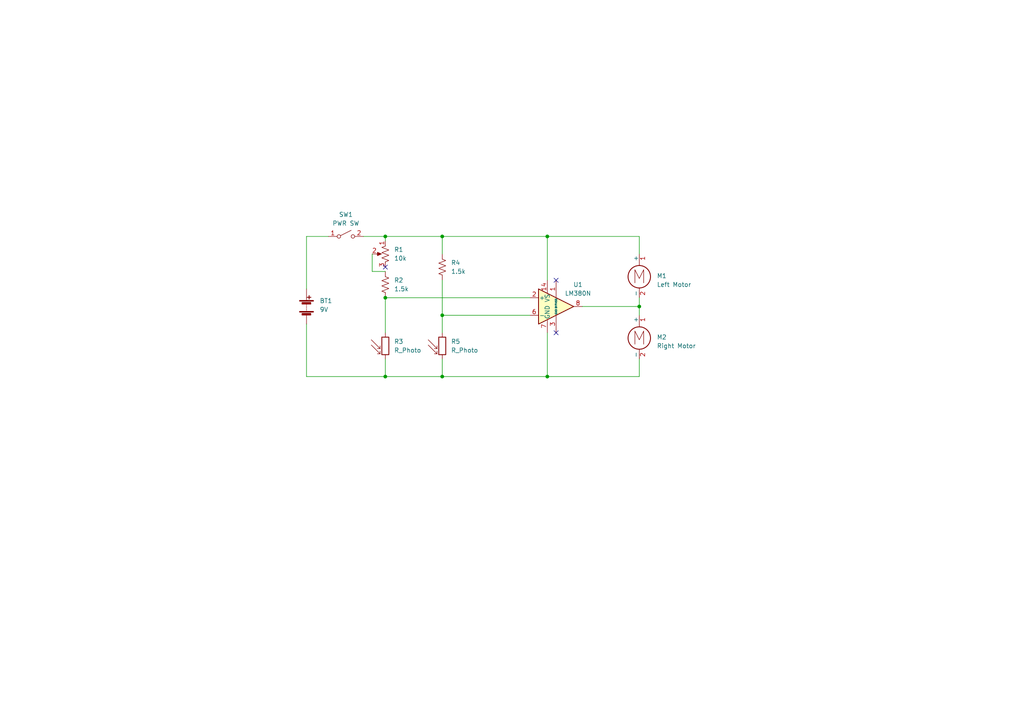
<source format=kicad_sch>
(kicad_sch (version 20211123) (generator eeschema)

  (uuid e63e39d7-6ac0-4ffd-8aa3-1841a4541b55)

  (paper "A4")

  (lib_symbols
    (symbol "Amplifier_Audio:LM380N" (pin_names (offset 0.127)) (in_bom yes) (on_board yes)
      (property "Reference" "U" (id 0) (at 6.35 6.35 0)
        (effects (font (size 1.27 1.27)))
      )
      (property "Value" "LM380N" (id 1) (at 6.35 3.81 0)
        (effects (font (size 1.27 1.27)))
      )
      (property "Footprint" "Package_DIP:DIP-14_W7.62mm" (id 2) (at 0 0 0)
        (effects (font (size 1.27 1.27) italic) hide)
      )
      (property "Datasheet" "http://www.ti.com/lit/ds/symlink/lm380.pdf" (id 3) (at 0 0 0)
        (effects (font (size 1.27 1.27)) hide)
      )
      (property "ki_keywords" "audio amplifier" (id 4) (at 0 0 0)
        (effects (font (size 1.27 1.27)) hide)
      )
      (property "ki_description" "2.5W Audio Power Amplifier, PDIP-14" (id 5) (at 0 0 0)
        (effects (font (size 1.27 1.27)) hide)
      )
      (property "ki_fp_filters" "DIP*W7.62mm*" (id 6) (at 0 0 0)
        (effects (font (size 1.27 1.27)) hide)
      )
      (symbol "LM380N_0_1"
        (polyline
          (pts
            (xy -5.08 5.08)
            (xy 5.08 0)
            (xy -5.08 -5.08)
            (xy -5.08 5.08)
          )
          (stroke (width 0.254) (type default) (color 0 0 0 0))
          (fill (type background))
        )
      )
      (symbol "LM380N_1_1"
        (pin passive line (at 0 7.62 270) (length 5.08)
          (name "BYPASS" (effects (font (size 0.508 0.508))))
          (number "1" (effects (font (size 1.27 1.27))))
        )
        (pin passive line (at 0 -7.62 90) (length 5.08) hide
          (name "GND" (effects (font (size 0.508 0.508))))
          (number "10" (effects (font (size 1.27 1.27))))
        )
        (pin passive line (at 0 -7.62 90) (length 5.08) hide
          (name "GND" (effects (font (size 0.508 0.508))))
          (number "11" (effects (font (size 1.27 1.27))))
        )
        (pin passive line (at 0 -7.62 90) (length 5.08) hide
          (name "GND" (effects (font (size 0.508 0.508))))
          (number "12" (effects (font (size 1.27 1.27))))
        )
        (pin no_connect line (at 0 -2.54 90) (length 2.54) hide
          (name "NC" (effects (font (size 1.27 1.27))))
          (number "13" (effects (font (size 1.27 1.27))))
        )
        (pin power_in line (at -2.54 7.62 270) (length 3.81)
          (name "VS" (effects (font (size 1.27 1.27))))
          (number "14" (effects (font (size 1.27 1.27))))
        )
        (pin input line (at -7.62 2.54 0) (length 2.54)
          (name "+" (effects (font (size 1.27 1.27))))
          (number "2" (effects (font (size 1.27 1.27))))
        )
        (pin power_in line (at 0 -7.62 90) (length 5.08)
          (name "GND" (effects (font (size 0.508 0.508))))
          (number "3" (effects (font (size 1.27 1.27))))
        )
        (pin passive line (at 0 -7.62 90) (length 5.08) hide
          (name "GND" (effects (font (size 0.508 0.508))))
          (number "4" (effects (font (size 1.27 1.27))))
        )
        (pin passive line (at 0 -7.62 90) (length 5.08) hide
          (name "GND" (effects (font (size 0.508 0.508))))
          (number "5" (effects (font (size 1.27 1.27))))
        )
        (pin input line (at -7.62 -2.54 0) (length 2.54)
          (name "-" (effects (font (size 1.27 1.27))))
          (number "6" (effects (font (size 1.27 1.27))))
        )
        (pin power_in line (at -2.54 -7.62 90) (length 3.81)
          (name "GND" (effects (font (size 1.27 1.27))))
          (number "7" (effects (font (size 1.27 1.27))))
        )
        (pin output line (at 7.62 0 180) (length 2.54)
          (name "~" (effects (font (size 1.27 1.27))))
          (number "8" (effects (font (size 1.27 1.27))))
        )
        (pin no_connect line (at 0 2.54 270) (length 2.54) hide
          (name "NC" (effects (font (size 1.27 1.27))))
          (number "9" (effects (font (size 1.27 1.27))))
        )
      )
    )
    (symbol "Device:Battery" (pin_numbers hide) (pin_names (offset 0) hide) (in_bom yes) (on_board yes)
      (property "Reference" "BT" (id 0) (at 2.54 2.54 0)
        (effects (font (size 1.27 1.27)) (justify left))
      )
      (property "Value" "Battery" (id 1) (at 2.54 0 0)
        (effects (font (size 1.27 1.27)) (justify left))
      )
      (property "Footprint" "" (id 2) (at 0 1.524 90)
        (effects (font (size 1.27 1.27)) hide)
      )
      (property "Datasheet" "~" (id 3) (at 0 1.524 90)
        (effects (font (size 1.27 1.27)) hide)
      )
      (property "ki_keywords" "batt voltage-source cell" (id 4) (at 0 0 0)
        (effects (font (size 1.27 1.27)) hide)
      )
      (property "ki_description" "Multiple-cell battery" (id 5) (at 0 0 0)
        (effects (font (size 1.27 1.27)) hide)
      )
      (symbol "Battery_0_1"
        (rectangle (start -2.032 -1.397) (end 2.032 -1.651)
          (stroke (width 0) (type default) (color 0 0 0 0))
          (fill (type outline))
        )
        (rectangle (start -2.032 1.778) (end 2.032 1.524)
          (stroke (width 0) (type default) (color 0 0 0 0))
          (fill (type outline))
        )
        (rectangle (start -1.3208 -1.9812) (end 1.27 -2.4892)
          (stroke (width 0) (type default) (color 0 0 0 0))
          (fill (type outline))
        )
        (rectangle (start -1.3208 1.1938) (end 1.27 0.6858)
          (stroke (width 0) (type default) (color 0 0 0 0))
          (fill (type outline))
        )
        (polyline
          (pts
            (xy 0 -1.524)
            (xy 0 -1.27)
          )
          (stroke (width 0) (type default) (color 0 0 0 0))
          (fill (type none))
        )
        (polyline
          (pts
            (xy 0 -1.016)
            (xy 0 -0.762)
          )
          (stroke (width 0) (type default) (color 0 0 0 0))
          (fill (type none))
        )
        (polyline
          (pts
            (xy 0 -0.508)
            (xy 0 -0.254)
          )
          (stroke (width 0) (type default) (color 0 0 0 0))
          (fill (type none))
        )
        (polyline
          (pts
            (xy 0 0)
            (xy 0 0.254)
          )
          (stroke (width 0) (type default) (color 0 0 0 0))
          (fill (type none))
        )
        (polyline
          (pts
            (xy 0 0.508)
            (xy 0 0.762)
          )
          (stroke (width 0) (type default) (color 0 0 0 0))
          (fill (type none))
        )
        (polyline
          (pts
            (xy 0 1.778)
            (xy 0 2.54)
          )
          (stroke (width 0) (type default) (color 0 0 0 0))
          (fill (type none))
        )
        (polyline
          (pts
            (xy 0.254 2.667)
            (xy 1.27 2.667)
          )
          (stroke (width 0.254) (type default) (color 0 0 0 0))
          (fill (type none))
        )
        (polyline
          (pts
            (xy 0.762 3.175)
            (xy 0.762 2.159)
          )
          (stroke (width 0.254) (type default) (color 0 0 0 0))
          (fill (type none))
        )
      )
      (symbol "Battery_1_1"
        (pin passive line (at 0 5.08 270) (length 2.54)
          (name "+" (effects (font (size 1.27 1.27))))
          (number "1" (effects (font (size 1.27 1.27))))
        )
        (pin passive line (at 0 -5.08 90) (length 2.54)
          (name "-" (effects (font (size 1.27 1.27))))
          (number "2" (effects (font (size 1.27 1.27))))
        )
      )
    )
    (symbol "Device:R_Photo" (pin_numbers hide) (pin_names (offset 0)) (in_bom yes) (on_board yes)
      (property "Reference" "R" (id 0) (at 1.27 1.27 0)
        (effects (font (size 1.27 1.27)) (justify left))
      )
      (property "Value" "R_Photo" (id 1) (at 1.27 0 0)
        (effects (font (size 1.27 1.27)) (justify left top))
      )
      (property "Footprint" "" (id 2) (at 1.27 -6.35 90)
        (effects (font (size 1.27 1.27)) (justify left) hide)
      )
      (property "Datasheet" "~" (id 3) (at 0 -1.27 0)
        (effects (font (size 1.27 1.27)) hide)
      )
      (property "ki_keywords" "resistor variable light sensitive opto LDR" (id 4) (at 0 0 0)
        (effects (font (size 1.27 1.27)) hide)
      )
      (property "ki_description" "Photoresistor" (id 5) (at 0 0 0)
        (effects (font (size 1.27 1.27)) hide)
      )
      (property "ki_fp_filters" "*LDR* R?LDR*" (id 6) (at 0 0 0)
        (effects (font (size 1.27 1.27)) hide)
      )
      (symbol "R_Photo_0_1"
        (rectangle (start -1.016 2.54) (end 1.016 -2.54)
          (stroke (width 0.254) (type default) (color 0 0 0 0))
          (fill (type none))
        )
        (polyline
          (pts
            (xy -1.524 -2.286)
            (xy -4.064 0.254)
          )
          (stroke (width 0) (type default) (color 0 0 0 0))
          (fill (type none))
        )
        (polyline
          (pts
            (xy -1.524 -2.286)
            (xy -2.286 -2.286)
          )
          (stroke (width 0) (type default) (color 0 0 0 0))
          (fill (type none))
        )
        (polyline
          (pts
            (xy -1.524 -2.286)
            (xy -1.524 -1.524)
          )
          (stroke (width 0) (type default) (color 0 0 0 0))
          (fill (type none))
        )
        (polyline
          (pts
            (xy -1.524 -0.762)
            (xy -4.064 1.778)
          )
          (stroke (width 0) (type default) (color 0 0 0 0))
          (fill (type none))
        )
        (polyline
          (pts
            (xy -1.524 -0.762)
            (xy -2.286 -0.762)
          )
          (stroke (width 0) (type default) (color 0 0 0 0))
          (fill (type none))
        )
        (polyline
          (pts
            (xy -1.524 -0.762)
            (xy -1.524 0)
          )
          (stroke (width 0) (type default) (color 0 0 0 0))
          (fill (type none))
        )
      )
      (symbol "R_Photo_1_1"
        (pin passive line (at 0 3.81 270) (length 1.27)
          (name "~" (effects (font (size 1.27 1.27))))
          (number "1" (effects (font (size 1.27 1.27))))
        )
        (pin passive line (at 0 -3.81 90) (length 1.27)
          (name "~" (effects (font (size 1.27 1.27))))
          (number "2" (effects (font (size 1.27 1.27))))
        )
      )
    )
    (symbol "Device:R_Potentiometer_US" (pin_names (offset 1.016) hide) (in_bom yes) (on_board yes)
      (property "Reference" "RV" (id 0) (at -4.445 0 90)
        (effects (font (size 1.27 1.27)))
      )
      (property "Value" "R_Potentiometer_US" (id 1) (at -2.54 0 90)
        (effects (font (size 1.27 1.27)))
      )
      (property "Footprint" "" (id 2) (at 0 0 0)
        (effects (font (size 1.27 1.27)) hide)
      )
      (property "Datasheet" "~" (id 3) (at 0 0 0)
        (effects (font (size 1.27 1.27)) hide)
      )
      (property "ki_keywords" "resistor variable" (id 4) (at 0 0 0)
        (effects (font (size 1.27 1.27)) hide)
      )
      (property "ki_description" "Potentiometer, US symbol" (id 5) (at 0 0 0)
        (effects (font (size 1.27 1.27)) hide)
      )
      (property "ki_fp_filters" "Potentiometer*" (id 6) (at 0 0 0)
        (effects (font (size 1.27 1.27)) hide)
      )
      (symbol "R_Potentiometer_US_0_1"
        (polyline
          (pts
            (xy 0 -2.286)
            (xy 0 -2.54)
          )
          (stroke (width 0) (type default) (color 0 0 0 0))
          (fill (type none))
        )
        (polyline
          (pts
            (xy 0 2.54)
            (xy 0 2.286)
          )
          (stroke (width 0) (type default) (color 0 0 0 0))
          (fill (type none))
        )
        (polyline
          (pts
            (xy 2.54 0)
            (xy 1.524 0)
          )
          (stroke (width 0) (type default) (color 0 0 0 0))
          (fill (type none))
        )
        (polyline
          (pts
            (xy 1.143 0)
            (xy 2.286 0.508)
            (xy 2.286 -0.508)
            (xy 1.143 0)
          )
          (stroke (width 0) (type default) (color 0 0 0 0))
          (fill (type outline))
        )
        (polyline
          (pts
            (xy 0 -0.762)
            (xy 1.016 -1.143)
            (xy 0 -1.524)
            (xy -1.016 -1.905)
            (xy 0 -2.286)
          )
          (stroke (width 0) (type default) (color 0 0 0 0))
          (fill (type none))
        )
        (polyline
          (pts
            (xy 0 0.762)
            (xy 1.016 0.381)
            (xy 0 0)
            (xy -1.016 -0.381)
            (xy 0 -0.762)
          )
          (stroke (width 0) (type default) (color 0 0 0 0))
          (fill (type none))
        )
        (polyline
          (pts
            (xy 0 2.286)
            (xy 1.016 1.905)
            (xy 0 1.524)
            (xy -1.016 1.143)
            (xy 0 0.762)
          )
          (stroke (width 0) (type default) (color 0 0 0 0))
          (fill (type none))
        )
      )
      (symbol "R_Potentiometer_US_1_1"
        (pin passive line (at 0 3.81 270) (length 1.27)
          (name "1" (effects (font (size 1.27 1.27))))
          (number "1" (effects (font (size 1.27 1.27))))
        )
        (pin passive line (at 3.81 0 180) (length 1.27)
          (name "2" (effects (font (size 1.27 1.27))))
          (number "2" (effects (font (size 1.27 1.27))))
        )
        (pin passive line (at 0 -3.81 90) (length 1.27)
          (name "3" (effects (font (size 1.27 1.27))))
          (number "3" (effects (font (size 1.27 1.27))))
        )
      )
    )
    (symbol "Device:R_US" (pin_numbers hide) (pin_names (offset 0)) (in_bom yes) (on_board yes)
      (property "Reference" "R" (id 0) (at 2.54 0 90)
        (effects (font (size 1.27 1.27)))
      )
      (property "Value" "R_US" (id 1) (at -2.54 0 90)
        (effects (font (size 1.27 1.27)))
      )
      (property "Footprint" "" (id 2) (at 1.016 -0.254 90)
        (effects (font (size 1.27 1.27)) hide)
      )
      (property "Datasheet" "~" (id 3) (at 0 0 0)
        (effects (font (size 1.27 1.27)) hide)
      )
      (property "ki_keywords" "R res resistor" (id 4) (at 0 0 0)
        (effects (font (size 1.27 1.27)) hide)
      )
      (property "ki_description" "Resistor, US symbol" (id 5) (at 0 0 0)
        (effects (font (size 1.27 1.27)) hide)
      )
      (property "ki_fp_filters" "R_*" (id 6) (at 0 0 0)
        (effects (font (size 1.27 1.27)) hide)
      )
      (symbol "R_US_0_1"
        (polyline
          (pts
            (xy 0 -2.286)
            (xy 0 -2.54)
          )
          (stroke (width 0) (type default) (color 0 0 0 0))
          (fill (type none))
        )
        (polyline
          (pts
            (xy 0 2.286)
            (xy 0 2.54)
          )
          (stroke (width 0) (type default) (color 0 0 0 0))
          (fill (type none))
        )
        (polyline
          (pts
            (xy 0 -0.762)
            (xy 1.016 -1.143)
            (xy 0 -1.524)
            (xy -1.016 -1.905)
            (xy 0 -2.286)
          )
          (stroke (width 0) (type default) (color 0 0 0 0))
          (fill (type none))
        )
        (polyline
          (pts
            (xy 0 0.762)
            (xy 1.016 0.381)
            (xy 0 0)
            (xy -1.016 -0.381)
            (xy 0 -0.762)
          )
          (stroke (width 0) (type default) (color 0 0 0 0))
          (fill (type none))
        )
        (polyline
          (pts
            (xy 0 2.286)
            (xy 1.016 1.905)
            (xy 0 1.524)
            (xy -1.016 1.143)
            (xy 0 0.762)
          )
          (stroke (width 0) (type default) (color 0 0 0 0))
          (fill (type none))
        )
      )
      (symbol "R_US_1_1"
        (pin passive line (at 0 3.81 270) (length 1.27)
          (name "~" (effects (font (size 1.27 1.27))))
          (number "1" (effects (font (size 1.27 1.27))))
        )
        (pin passive line (at 0 -3.81 90) (length 1.27)
          (name "~" (effects (font (size 1.27 1.27))))
          (number "2" (effects (font (size 1.27 1.27))))
        )
      )
    )
    (symbol "Motor:Motor_DC" (pin_names (offset 0)) (in_bom yes) (on_board yes)
      (property "Reference" "M" (id 0) (at 2.54 2.54 0)
        (effects (font (size 1.27 1.27)) (justify left))
      )
      (property "Value" "Motor_DC" (id 1) (at 2.54 -5.08 0)
        (effects (font (size 1.27 1.27)) (justify left top))
      )
      (property "Footprint" "" (id 2) (at 0 -2.286 0)
        (effects (font (size 1.27 1.27)) hide)
      )
      (property "Datasheet" "~" (id 3) (at 0 -2.286 0)
        (effects (font (size 1.27 1.27)) hide)
      )
      (property "ki_keywords" "DC Motor" (id 4) (at 0 0 0)
        (effects (font (size 1.27 1.27)) hide)
      )
      (property "ki_description" "DC Motor" (id 5) (at 0 0 0)
        (effects (font (size 1.27 1.27)) hide)
      )
      (property "ki_fp_filters" "PinHeader*P2.54mm* TerminalBlock*" (id 6) (at 0 0 0)
        (effects (font (size 1.27 1.27)) hide)
      )
      (symbol "Motor_DC_0_0"
        (polyline
          (pts
            (xy -1.27 -3.302)
            (xy -1.27 0.508)
            (xy 0 -2.032)
            (xy 1.27 0.508)
            (xy 1.27 -3.302)
          )
          (stroke (width 0) (type default) (color 0 0 0 0))
          (fill (type none))
        )
      )
      (symbol "Motor_DC_0_1"
        (circle (center 0 -1.524) (radius 3.2512)
          (stroke (width 0.254) (type default) (color 0 0 0 0))
          (fill (type none))
        )
        (polyline
          (pts
            (xy 0 -7.62)
            (xy 0 -7.112)
          )
          (stroke (width 0) (type default) (color 0 0 0 0))
          (fill (type none))
        )
        (polyline
          (pts
            (xy 0 -4.7752)
            (xy 0 -5.1816)
          )
          (stroke (width 0) (type default) (color 0 0 0 0))
          (fill (type none))
        )
        (polyline
          (pts
            (xy 0 1.7272)
            (xy 0 2.0828)
          )
          (stroke (width 0) (type default) (color 0 0 0 0))
          (fill (type none))
        )
        (polyline
          (pts
            (xy 0 2.032)
            (xy 0 2.54)
          )
          (stroke (width 0) (type default) (color 0 0 0 0))
          (fill (type none))
        )
      )
      (symbol "Motor_DC_1_1"
        (pin passive line (at 0 5.08 270) (length 2.54)
          (name "+" (effects (font (size 1.27 1.27))))
          (number "1" (effects (font (size 1.27 1.27))))
        )
        (pin passive line (at 0 -7.62 90) (length 2.54)
          (name "-" (effects (font (size 1.27 1.27))))
          (number "2" (effects (font (size 1.27 1.27))))
        )
      )
    )
    (symbol "Switch:SW_SPST" (pin_names (offset 0) hide) (in_bom yes) (on_board yes)
      (property "Reference" "SW" (id 0) (at 0 3.175 0)
        (effects (font (size 1.27 1.27)))
      )
      (property "Value" "SW_SPST" (id 1) (at 0 -2.54 0)
        (effects (font (size 1.27 1.27)))
      )
      (property "Footprint" "" (id 2) (at 0 0 0)
        (effects (font (size 1.27 1.27)) hide)
      )
      (property "Datasheet" "~" (id 3) (at 0 0 0)
        (effects (font (size 1.27 1.27)) hide)
      )
      (property "ki_keywords" "switch lever" (id 4) (at 0 0 0)
        (effects (font (size 1.27 1.27)) hide)
      )
      (property "ki_description" "Single Pole Single Throw (SPST) switch" (id 5) (at 0 0 0)
        (effects (font (size 1.27 1.27)) hide)
      )
      (symbol "SW_SPST_0_0"
        (circle (center -2.032 0) (radius 0.508)
          (stroke (width 0) (type default) (color 0 0 0 0))
          (fill (type none))
        )
        (polyline
          (pts
            (xy -1.524 0.254)
            (xy 1.524 1.778)
          )
          (stroke (width 0) (type default) (color 0 0 0 0))
          (fill (type none))
        )
        (circle (center 2.032 0) (radius 0.508)
          (stroke (width 0) (type default) (color 0 0 0 0))
          (fill (type none))
        )
      )
      (symbol "SW_SPST_1_1"
        (pin passive line (at -5.08 0 0) (length 2.54)
          (name "A" (effects (font (size 1.27 1.27))))
          (number "1" (effects (font (size 1.27 1.27))))
        )
        (pin passive line (at 5.08 0 180) (length 2.54)
          (name "B" (effects (font (size 1.27 1.27))))
          (number "2" (effects (font (size 1.27 1.27))))
        )
      )
    )
  )

  (junction (at 158.75 68.58) (diameter 0) (color 0 0 0 0)
    (uuid 0330f16c-82eb-4bd0-8ee7-0d0e69f8995e)
  )
  (junction (at 111.76 86.36) (diameter 0) (color 0 0 0 0)
    (uuid 0e73fa35-883a-42a4-a676-816459cab678)
  )
  (junction (at 185.42 88.9) (diameter 0) (color 0 0 0 0)
    (uuid 2c3aece3-0392-4884-a4ec-f3f5a55a75f1)
  )
  (junction (at 128.27 109.22) (diameter 0) (color 0 0 0 0)
    (uuid 3bd42fed-b5b5-44a0-b1e0-c13801c89768)
  )
  (junction (at 128.27 68.58) (diameter 0) (color 0 0 0 0)
    (uuid 5d4d0f22-8b6b-4ff1-ab17-e99a8b80391f)
  )
  (junction (at 111.76 109.22) (diameter 0) (color 0 0 0 0)
    (uuid 6fcf5579-d4fc-49ff-a58d-c4458bc8befa)
  )
  (junction (at 128.27 91.44) (diameter 0) (color 0 0 0 0)
    (uuid 7e6df9d0-549a-41c7-97bd-98936ef8599c)
  )
  (junction (at 158.75 109.22) (diameter 0) (color 0 0 0 0)
    (uuid a0e663c7-b732-44de-bfdd-970dae84e11b)
  )
  (junction (at 111.76 68.58) (diameter 0) (color 0 0 0 0)
    (uuid e92400df-d9f5-47a4-b48e-0d162a506f2c)
  )

  (no_connect (at 161.29 96.52) (uuid 0da592d3-b044-4081-af59-8c3bdb4e28f4))
  (no_connect (at 161.29 81.28) (uuid 0da592d3-b044-4081-af59-8c3bdb4e28f5))
  (no_connect (at 111.76 77.47) (uuid 3e3af5be-1b4c-4ba4-b660-3033fdf1caed))

  (wire (pts (xy 185.42 109.22) (xy 158.75 109.22))
    (stroke (width 0) (type default) (color 0 0 0 0))
    (uuid 0929b0ab-49ee-48c1-9901-ccc14076f610)
  )
  (wire (pts (xy 111.76 86.36) (xy 153.67 86.36))
    (stroke (width 0) (type default) (color 0 0 0 0))
    (uuid 1619f295-ad80-48c2-a8fa-e70451a7268f)
  )
  (wire (pts (xy 185.42 86.36) (xy 185.42 88.9))
    (stroke (width 0) (type default) (color 0 0 0 0))
    (uuid 168a712b-143a-40d0-b9ca-e7506e2a8b0b)
  )
  (wire (pts (xy 128.27 73.66) (xy 128.27 68.58))
    (stroke (width 0) (type default) (color 0 0 0 0))
    (uuid 291a1e5d-1d09-480b-afc9-9403670288ae)
  )
  (wire (pts (xy 158.75 68.58) (xy 158.75 81.28))
    (stroke (width 0) (type default) (color 0 0 0 0))
    (uuid 2fd9292f-5591-49a3-ba85-80919c5a82e7)
  )
  (wire (pts (xy 88.9 68.58) (xy 95.25 68.58))
    (stroke (width 0) (type default) (color 0 0 0 0))
    (uuid 395c910e-0835-4739-87d7-d423cfdf96b9)
  )
  (wire (pts (xy 105.41 68.58) (xy 111.76 68.58))
    (stroke (width 0) (type default) (color 0 0 0 0))
    (uuid 3eec98df-bbb8-46c7-9b89-3623dd7a35a4)
  )
  (wire (pts (xy 111.76 78.74) (xy 107.95 78.74))
    (stroke (width 0) (type default) (color 0 0 0 0))
    (uuid 42ec88f7-d7f3-40cf-8759-f8c5477df41e)
  )
  (wire (pts (xy 111.76 109.22) (xy 128.27 109.22))
    (stroke (width 0) (type default) (color 0 0 0 0))
    (uuid 4349de1b-61b1-4d07-897a-fe136a18ff27)
  )
  (wire (pts (xy 111.76 69.85) (xy 111.76 68.58))
    (stroke (width 0) (type default) (color 0 0 0 0))
    (uuid 43d1e71a-bcb8-4baa-888e-f91f4da0c094)
  )
  (wire (pts (xy 158.75 109.22) (xy 128.27 109.22))
    (stroke (width 0) (type default) (color 0 0 0 0))
    (uuid 4a88a09a-a597-4131-b831-24c0207b7e89)
  )
  (wire (pts (xy 158.75 96.52) (xy 158.75 109.22))
    (stroke (width 0) (type default) (color 0 0 0 0))
    (uuid 53a82764-ed21-411a-b6df-961d1f4bb8f9)
  )
  (wire (pts (xy 128.27 91.44) (xy 128.27 81.28))
    (stroke (width 0) (type default) (color 0 0 0 0))
    (uuid 59e717ef-5d04-492c-a535-e1b3b8d22ca3)
  )
  (wire (pts (xy 168.91 88.9) (xy 185.42 88.9))
    (stroke (width 0) (type default) (color 0 0 0 0))
    (uuid 5ae948d8-341c-4052-971f-a466303345ca)
  )
  (wire (pts (xy 88.9 83.82) (xy 88.9 68.58))
    (stroke (width 0) (type default) (color 0 0 0 0))
    (uuid 5ed7d697-fcbd-4d09-a4de-08fd5bbf6240)
  )
  (wire (pts (xy 128.27 91.44) (xy 153.67 91.44))
    (stroke (width 0) (type default) (color 0 0 0 0))
    (uuid 5f23bcdb-a401-490d-b038-e76e4749885e)
  )
  (wire (pts (xy 185.42 68.58) (xy 158.75 68.58))
    (stroke (width 0) (type default) (color 0 0 0 0))
    (uuid 5fedef55-b64f-4013-95ed-b71283236398)
  )
  (wire (pts (xy 111.76 68.58) (xy 128.27 68.58))
    (stroke (width 0) (type default) (color 0 0 0 0))
    (uuid 85378903-b93b-450b-9dd2-7d5d272b786c)
  )
  (wire (pts (xy 128.27 96.52) (xy 128.27 91.44))
    (stroke (width 0) (type default) (color 0 0 0 0))
    (uuid 8a2662da-b795-4c91-9e1b-cfe0d9cfa055)
  )
  (wire (pts (xy 128.27 104.14) (xy 128.27 109.22))
    (stroke (width 0) (type default) (color 0 0 0 0))
    (uuid 8e858a24-4730-4b80-9bbc-a78d159becd4)
  )
  (wire (pts (xy 88.9 93.98) (xy 88.9 109.22))
    (stroke (width 0) (type default) (color 0 0 0 0))
    (uuid b908487c-578b-423a-9eb8-029568d84507)
  )
  (wire (pts (xy 185.42 73.66) (xy 185.42 68.58))
    (stroke (width 0) (type default) (color 0 0 0 0))
    (uuid b990e5c0-80ee-4a3e-8f78-c786748a5735)
  )
  (wire (pts (xy 107.95 78.74) (xy 107.95 73.66))
    (stroke (width 0) (type default) (color 0 0 0 0))
    (uuid be40a792-1fff-4ce1-a6d8-41730132bad4)
  )
  (wire (pts (xy 88.9 109.22) (xy 111.76 109.22))
    (stroke (width 0) (type default) (color 0 0 0 0))
    (uuid bf4d4425-95f5-4a9f-8a2c-fa1a24dff406)
  )
  (wire (pts (xy 111.76 96.52) (xy 111.76 86.36))
    (stroke (width 0) (type default) (color 0 0 0 0))
    (uuid cc3239c2-5145-4857-9a6e-b3c35f8c0ec2)
  )
  (wire (pts (xy 185.42 88.9) (xy 185.42 91.44))
    (stroke (width 0) (type default) (color 0 0 0 0))
    (uuid e5bc246a-a9eb-40ee-8aee-14b19f1af005)
  )
  (wire (pts (xy 128.27 68.58) (xy 158.75 68.58))
    (stroke (width 0) (type default) (color 0 0 0 0))
    (uuid ecfaed2a-d6de-4d7f-9f11-5a04e83767b7)
  )
  (wire (pts (xy 185.42 104.14) (xy 185.42 109.22))
    (stroke (width 0) (type default) (color 0 0 0 0))
    (uuid ee484fc5-efd8-4933-aa30-60bba741433c)
  )
  (wire (pts (xy 111.76 104.14) (xy 111.76 109.22))
    (stroke (width 0) (type default) (color 0 0 0 0))
    (uuid fde523ff-7503-4ed9-8b3f-984daf0cb58a)
  )

  (symbol (lib_id "Device:R_US") (at 111.76 82.55 0) (unit 1)
    (in_bom yes) (on_board yes) (fields_autoplaced)
    (uuid 01b7cd20-abd1-429f-a88a-622cbb640032)
    (property "Reference" "R2" (id 0) (at 114.3 81.2799 0)
      (effects (font (size 1.27 1.27)) (justify left))
    )
    (property "Value" "1.5k" (id 1) (at 114.3 83.8199 0)
      (effects (font (size 1.27 1.27)) (justify left))
    )
    (property "Footprint" "" (id 2) (at 112.776 82.804 90)
      (effects (font (size 1.27 1.27)) hide)
    )
    (property "Datasheet" "~" (id 3) (at 111.76 82.55 0)
      (effects (font (size 1.27 1.27)) hide)
    )
    (pin "1" (uuid 1348c600-39e6-4fc7-ac06-80d4e043598d))
    (pin "2" (uuid 7f074f19-9901-49cf-bb81-f641743715ae))
  )

  (symbol (lib_id "Motor:Motor_DC") (at 185.42 96.52 0) (unit 1)
    (in_bom yes) (on_board yes) (fields_autoplaced)
    (uuid 20d22007-b0f1-49bd-9648-8c43744314b8)
    (property "Reference" "M2" (id 0) (at 190.5 97.7899 0)
      (effects (font (size 1.27 1.27)) (justify left))
    )
    (property "Value" "Right Motor" (id 1) (at 190.5 100.3299 0)
      (effects (font (size 1.27 1.27)) (justify left))
    )
    (property "Footprint" "" (id 2) (at 185.42 98.806 0)
      (effects (font (size 1.27 1.27)) hide)
    )
    (property "Datasheet" "~" (id 3) (at 185.42 98.806 0)
      (effects (font (size 1.27 1.27)) hide)
    )
    (pin "1" (uuid 75ef65e0-eb11-4440-8066-e854e7759e9d))
    (pin "2" (uuid 3d9ee2e1-ce37-4f51-b1fd-90307824949a))
  )

  (symbol (lib_id "Device:R_Photo") (at 111.76 100.33 0) (unit 1)
    (in_bom yes) (on_board yes) (fields_autoplaced)
    (uuid 42f531fd-36c3-421e-aa2f-b62439e508f6)
    (property "Reference" "R3" (id 0) (at 114.3 99.0599 0)
      (effects (font (size 1.27 1.27)) (justify left))
    )
    (property "Value" "R_Photo" (id 1) (at 114.3 101.5999 0)
      (effects (font (size 1.27 1.27)) (justify left))
    )
    (property "Footprint" "" (id 2) (at 113.03 106.68 90)
      (effects (font (size 1.27 1.27)) (justify left) hide)
    )
    (property "Datasheet" "~" (id 3) (at 111.76 101.6 0)
      (effects (font (size 1.27 1.27)) hide)
    )
    (pin "1" (uuid b5d5288f-8d0e-48b5-99e8-87c6f99e265f))
    (pin "2" (uuid 3ac4a202-6bea-4391-bd3c-609238cc0a27))
  )

  (symbol (lib_id "Device:Battery") (at 88.9 88.9 0) (unit 1)
    (in_bom yes) (on_board yes) (fields_autoplaced)
    (uuid 46020199-b1ef-4718-883c-71d4dacb60f5)
    (property "Reference" "BT1" (id 0) (at 92.71 87.2489 0)
      (effects (font (size 1.27 1.27)) (justify left))
    )
    (property "Value" "9V" (id 1) (at 92.71 89.7889 0)
      (effects (font (size 1.27 1.27)) (justify left))
    )
    (property "Footprint" "" (id 2) (at 88.9 87.376 90)
      (effects (font (size 1.27 1.27)) hide)
    )
    (property "Datasheet" "~" (id 3) (at 88.9 87.376 90)
      (effects (font (size 1.27 1.27)) hide)
    )
    (pin "1" (uuid a14876be-95b2-4f61-9542-8a8583356157))
    (pin "2" (uuid 891070ab-a4f0-4e3e-a34e-0438e2fbd011))
  )

  (symbol (lib_id "Switch:SW_SPST") (at 100.33 68.58 0) (unit 1)
    (in_bom yes) (on_board yes) (fields_autoplaced)
    (uuid 5f585ab2-9f47-4e8c-8241-6f75a79b6c16)
    (property "Reference" "SW1" (id 0) (at 100.33 62.23 0))
    (property "Value" "PWR SW" (id 1) (at 100.33 64.77 0))
    (property "Footprint" "" (id 2) (at 100.33 68.58 0)
      (effects (font (size 1.27 1.27)) hide)
    )
    (property "Datasheet" "~" (id 3) (at 100.33 68.58 0)
      (effects (font (size 1.27 1.27)) hide)
    )
    (pin "1" (uuid f25525ee-8797-45c6-98cd-1cdba47a8ed2))
    (pin "2" (uuid b29d088e-a894-46ef-a646-bd9fda258b56))
  )

  (symbol (lib_id "Device:R_US") (at 128.27 77.47 0) (unit 1)
    (in_bom yes) (on_board yes) (fields_autoplaced)
    (uuid 9fb81818-69e2-48d5-a326-be912c4be563)
    (property "Reference" "R4" (id 0) (at 130.81 76.1999 0)
      (effects (font (size 1.27 1.27)) (justify left))
    )
    (property "Value" "1.5k" (id 1) (at 130.81 78.7399 0)
      (effects (font (size 1.27 1.27)) (justify left))
    )
    (property "Footprint" "" (id 2) (at 129.286 77.724 90)
      (effects (font (size 1.27 1.27)) hide)
    )
    (property "Datasheet" "~" (id 3) (at 128.27 77.47 0)
      (effects (font (size 1.27 1.27)) hide)
    )
    (pin "1" (uuid bd8049dc-cb9c-4a4f-b7aa-98d045c07c52))
    (pin "2" (uuid 5efe5efa-3f3f-4019-bfc1-3e4969dfc144))
  )

  (symbol (lib_id "Device:R_Potentiometer_US") (at 111.76 73.66 0) (mirror y) (unit 1)
    (in_bom yes) (on_board yes) (fields_autoplaced)
    (uuid a2eadb75-7bdc-40aa-91de-8e73d153e1e4)
    (property "Reference" "R1" (id 0) (at 114.3 72.3899 0)
      (effects (font (size 1.27 1.27)) (justify right))
    )
    (property "Value" "10k" (id 1) (at 114.3 74.9299 0)
      (effects (font (size 1.27 1.27)) (justify right))
    )
    (property "Footprint" "" (id 2) (at 111.76 73.66 0)
      (effects (font (size 1.27 1.27)) hide)
    )
    (property "Datasheet" "~" (id 3) (at 111.76 73.66 0)
      (effects (font (size 1.27 1.27)) hide)
    )
    (pin "1" (uuid a324f628-6e11-4258-9d23-5d4b69086c3a))
    (pin "2" (uuid baddd514-23c6-40c2-a8a1-040212008bd3))
    (pin "3" (uuid 872d6c3c-a4bf-446d-92d6-8841da54eecc))
  )

  (symbol (lib_id "Device:R_Photo") (at 128.27 100.33 0) (unit 1)
    (in_bom yes) (on_board yes) (fields_autoplaced)
    (uuid af6ed388-03a1-42dd-a65e-2c2f37a52328)
    (property "Reference" "R5" (id 0) (at 130.81 99.0599 0)
      (effects (font (size 1.27 1.27)) (justify left))
    )
    (property "Value" "R_Photo" (id 1) (at 130.81 101.5999 0)
      (effects (font (size 1.27 1.27)) (justify left))
    )
    (property "Footprint" "" (id 2) (at 129.54 106.68 90)
      (effects (font (size 1.27 1.27)) (justify left) hide)
    )
    (property "Datasheet" "~" (id 3) (at 128.27 101.6 0)
      (effects (font (size 1.27 1.27)) hide)
    )
    (pin "1" (uuid d2a1466b-25ad-49f4-996e-814e1d8e7941))
    (pin "2" (uuid 5be57fd5-b493-4486-8a3b-793a67150f96))
  )

  (symbol (lib_id "Amplifier_Audio:LM380N") (at 161.29 88.9 0) (unit 1)
    (in_bom yes) (on_board yes)
    (uuid c5dba3bd-8fb1-4ee2-bdae-ea2e66623655)
    (property "Reference" "U1" (id 0) (at 167.64 82.55 0))
    (property "Value" "LM380N" (id 1) (at 167.64 85.09 0))
    (property "Footprint" "Package_DIP:DIP-14_W7.62mm" (id 2) (at 161.29 88.9 0)
      (effects (font (size 1.27 1.27) italic) hide)
    )
    (property "Datasheet" "http://www.ti.com/lit/ds/symlink/lm380.pdf" (id 3) (at 161.29 88.9 0)
      (effects (font (size 1.27 1.27)) hide)
    )
    (pin "1" (uuid 32301f25-6945-43d1-9d74-6ea8cab9f1b1))
    (pin "10" (uuid 3ffa5799-fe7f-4ef1-af1d-35265d0b69db))
    (pin "11" (uuid 1f9432f2-73e0-4256-b259-fdb8781e6330))
    (pin "12" (uuid 4c4e492b-ade8-48bb-9dc2-cc8fb3a16289))
    (pin "13" (uuid 9c098e02-3d4c-42b9-b22f-501c388bd10b))
    (pin "14" (uuid 719470ee-5789-457b-b056-ffb92a8a3e09))
    (pin "2" (uuid f53ecac4-2107-472b-be44-e47b0e07ab06))
    (pin "3" (uuid e7b67a9f-edcd-4a95-acd4-74983c515a91))
    (pin "4" (uuid 42b88bd9-e341-4d32-b24a-1bce35f04934))
    (pin "5" (uuid b0aa4799-72a1-4fb6-9b8e-e01159c64dff))
    (pin "6" (uuid a723adf4-d7eb-445a-9b4f-5929ba91ffaf))
    (pin "7" (uuid 80be0243-03d6-4d34-82fb-364e9b9966b3))
    (pin "8" (uuid 16c2e6ea-78ce-4143-8f99-ce759f0b7349))
    (pin "9" (uuid 377b6ca9-54f9-4680-bd21-b6c6ca82b968))
  )

  (symbol (lib_id "Motor:Motor_DC") (at 185.42 78.74 0) (unit 1)
    (in_bom yes) (on_board yes) (fields_autoplaced)
    (uuid f70fed73-12e7-4deb-acdd-8dab06c4c41e)
    (property "Reference" "M1" (id 0) (at 190.5 80.0099 0)
      (effects (font (size 1.27 1.27)) (justify left))
    )
    (property "Value" "Left Motor" (id 1) (at 190.5 82.5499 0)
      (effects (font (size 1.27 1.27)) (justify left))
    )
    (property "Footprint" "" (id 2) (at 185.42 81.026 0)
      (effects (font (size 1.27 1.27)) hide)
    )
    (property "Datasheet" "~" (id 3) (at 185.42 81.026 0)
      (effects (font (size 1.27 1.27)) hide)
    )
    (pin "1" (uuid 624fb1ff-9239-4e3c-aef0-ae7bfa232090))
    (pin "2" (uuid 8cf129fb-ee6d-4fe9-9ae7-2c41f07380dc))
  )

  (sheet_instances
    (path "/" (page "1"))
  )

  (symbol_instances
    (path "/46020199-b1ef-4718-883c-71d4dacb60f5"
      (reference "BT1") (unit 1) (value "9V") (footprint "")
    )
    (path "/f70fed73-12e7-4deb-acdd-8dab06c4c41e"
      (reference "M1") (unit 1) (value "Left Motor") (footprint "")
    )
    (path "/20d22007-b0f1-49bd-9648-8c43744314b8"
      (reference "M2") (unit 1) (value "Right Motor") (footprint "")
    )
    (path "/a2eadb75-7bdc-40aa-91de-8e73d153e1e4"
      (reference "R1") (unit 1) (value "10k") (footprint "")
    )
    (path "/01b7cd20-abd1-429f-a88a-622cbb640032"
      (reference "R2") (unit 1) (value "1.5k") (footprint "")
    )
    (path "/42f531fd-36c3-421e-aa2f-b62439e508f6"
      (reference "R3") (unit 1) (value "R_Photo") (footprint "")
    )
    (path "/9fb81818-69e2-48d5-a326-be912c4be563"
      (reference "R4") (unit 1) (value "1.5k") (footprint "")
    )
    (path "/af6ed388-03a1-42dd-a65e-2c2f37a52328"
      (reference "R5") (unit 1) (value "R_Photo") (footprint "")
    )
    (path "/5f585ab2-9f47-4e8c-8241-6f75a79b6c16"
      (reference "SW1") (unit 1) (value "PWR SW") (footprint "")
    )
    (path "/c5dba3bd-8fb1-4ee2-bdae-ea2e66623655"
      (reference "U1") (unit 1) (value "LM380N") (footprint "Package_DIP:DIP-14_W7.62mm")
    )
  )
)

</source>
